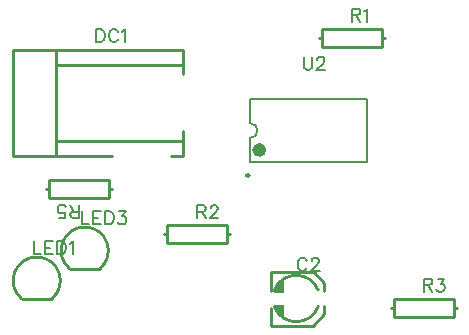
<source format=gto>
G04 Layer: TopSilkscreenLayer*
G04 EasyEDA v6.5.44, 2024-07-21 16:24:13*
G04 9c1bdb26fcb24e138229f6b6421db46a,10*
G04 Gerber Generator version 0.2*
G04 Scale: 100 percent, Rotated: No, Reflected: No *
G04 Dimensions in millimeters *
G04 leading zeros omitted , absolute positions ,4 integer and 5 decimal *
%FSLAX45Y45*%
%MOMM*%

%ADD10C,0.1524*%
%ADD11C,0.2540*%
%ADD12C,0.2000*%
%ADD13C,0.2500*%
%ADD14C,0.6000*%
%ADD15C,0.0189*%

%LPD*%
D10*
X3278377Y4013707D02*
G01*
X3273043Y4024121D01*
X3262629Y4034536D01*
X3252470Y4039615D01*
X3231641Y4039615D01*
X3221227Y4034536D01*
X3210813Y4024121D01*
X3205479Y4013707D01*
X3200400Y3997960D01*
X3200400Y3972052D01*
X3205479Y3956557D01*
X3210813Y3946144D01*
X3221227Y3935729D01*
X3231641Y3930650D01*
X3252470Y3930650D01*
X3262629Y3935729D01*
X3273043Y3946144D01*
X3278377Y3956557D01*
X3317747Y4013707D02*
G01*
X3317747Y4018787D01*
X3323081Y4029202D01*
X3328161Y4034536D01*
X3338575Y4039615D01*
X3359404Y4039615D01*
X3369818Y4034536D01*
X3374897Y4029202D01*
X3380231Y4018787D01*
X3380231Y4008373D01*
X3374897Y3997960D01*
X3364484Y3982465D01*
X3312668Y3930650D01*
X3385311Y3930650D01*
X1495145Y5976429D02*
G01*
X1495145Y5867463D01*
X1495145Y5976429D02*
G01*
X1531467Y5976429D01*
X1547215Y5971349D01*
X1557375Y5960935D01*
X1562709Y5950521D01*
X1567789Y5934773D01*
X1567789Y5908865D01*
X1562709Y5893371D01*
X1557375Y5882957D01*
X1547215Y5872543D01*
X1531467Y5867463D01*
X1495145Y5867463D01*
X1680057Y5950521D02*
G01*
X1674977Y5960935D01*
X1664563Y5971349D01*
X1654149Y5976429D01*
X1633321Y5976429D01*
X1622907Y5971349D01*
X1612493Y5960935D01*
X1607413Y5950521D01*
X1602079Y5934773D01*
X1602079Y5908865D01*
X1607413Y5893371D01*
X1612493Y5882957D01*
X1622907Y5872543D01*
X1633321Y5867463D01*
X1654149Y5867463D01*
X1664563Y5872543D01*
X1674977Y5882957D01*
X1680057Y5893371D01*
X1714347Y5955601D02*
G01*
X1724761Y5960935D01*
X1740255Y5976429D01*
X1740255Y5867463D01*
X965200Y4179315D02*
G01*
X965200Y4070350D01*
X965200Y4070350D02*
G01*
X1027429Y4070350D01*
X1061720Y4179315D02*
G01*
X1061720Y4070350D01*
X1061720Y4179315D02*
G01*
X1129284Y4179315D01*
X1061720Y4127500D02*
G01*
X1103376Y4127500D01*
X1061720Y4070350D02*
G01*
X1129284Y4070350D01*
X1163573Y4179315D02*
G01*
X1163573Y4070350D01*
X1163573Y4179315D02*
G01*
X1200150Y4179315D01*
X1215644Y4174236D01*
X1226057Y4163821D01*
X1231137Y4153407D01*
X1236471Y4137660D01*
X1236471Y4111752D01*
X1231137Y4096257D01*
X1226057Y4085844D01*
X1215644Y4075429D01*
X1200150Y4070350D01*
X1163573Y4070350D01*
X1270762Y4158487D02*
G01*
X1281176Y4163821D01*
X1296670Y4179315D01*
X1296670Y4070350D01*
X1371600Y4433315D02*
G01*
X1371600Y4324350D01*
X1371600Y4324350D02*
G01*
X1433829Y4324350D01*
X1468120Y4433315D02*
G01*
X1468120Y4324350D01*
X1468120Y4433315D02*
G01*
X1535684Y4433315D01*
X1468120Y4381500D02*
G01*
X1509776Y4381500D01*
X1468120Y4324350D02*
G01*
X1535684Y4324350D01*
X1569973Y4433315D02*
G01*
X1569973Y4324350D01*
X1569973Y4433315D02*
G01*
X1606550Y4433315D01*
X1622044Y4428236D01*
X1632457Y4417821D01*
X1637537Y4407407D01*
X1642871Y4391660D01*
X1642871Y4365752D01*
X1637537Y4350257D01*
X1632457Y4339844D01*
X1622044Y4329429D01*
X1606550Y4324350D01*
X1569973Y4324350D01*
X1687576Y4433315D02*
G01*
X1744726Y4433315D01*
X1713484Y4391660D01*
X1728978Y4391660D01*
X1739392Y4386579D01*
X1744726Y4381500D01*
X1749805Y4365752D01*
X1749805Y4355337D01*
X1744726Y4339844D01*
X1734312Y4329429D01*
X1718563Y4324350D01*
X1703070Y4324350D01*
X1687576Y4329429D01*
X1682242Y4334510D01*
X1677162Y4344923D01*
X3657600Y6147815D02*
G01*
X3657600Y6038850D01*
X3657600Y6147815D02*
G01*
X3704336Y6147815D01*
X3719829Y6142736D01*
X3725163Y6137402D01*
X3730243Y6126987D01*
X3730243Y6116573D01*
X3725163Y6106160D01*
X3719829Y6101079D01*
X3704336Y6096000D01*
X3657600Y6096000D01*
X3693922Y6096000D02*
G01*
X3730243Y6038850D01*
X3764534Y6126987D02*
G01*
X3774947Y6132321D01*
X3790695Y6147815D01*
X3790695Y6038850D01*
X2349500Y4484115D02*
G01*
X2349500Y4375150D01*
X2349500Y4484115D02*
G01*
X2396236Y4484115D01*
X2411729Y4479036D01*
X2417063Y4473702D01*
X2422143Y4463287D01*
X2422143Y4452873D01*
X2417063Y4442460D01*
X2411729Y4437379D01*
X2396236Y4432300D01*
X2349500Y4432300D01*
X2385822Y4432300D02*
G01*
X2422143Y4375150D01*
X2461768Y4458207D02*
G01*
X2461768Y4463287D01*
X2466847Y4473702D01*
X2472181Y4479036D01*
X2482595Y4484115D01*
X2503170Y4484115D01*
X2513584Y4479036D01*
X2518918Y4473702D01*
X2523997Y4463287D01*
X2523997Y4452873D01*
X2518918Y4442460D01*
X2508504Y4426965D01*
X2456434Y4375150D01*
X2529331Y4375150D01*
X4267200Y3861815D02*
G01*
X4267200Y3752850D01*
X4267200Y3861815D02*
G01*
X4313936Y3861815D01*
X4329429Y3856736D01*
X4334763Y3851402D01*
X4339843Y3840987D01*
X4339843Y3830573D01*
X4334763Y3820160D01*
X4329429Y3815079D01*
X4313936Y3810000D01*
X4267200Y3810000D01*
X4303522Y3810000D02*
G01*
X4339843Y3752850D01*
X4384547Y3861815D02*
G01*
X4441697Y3861815D01*
X4410709Y3820160D01*
X4426204Y3820160D01*
X4436618Y3815079D01*
X4441697Y3810000D01*
X4447031Y3794252D01*
X4447031Y3783837D01*
X4441697Y3768344D01*
X4431284Y3757929D01*
X4415790Y3752850D01*
X4400295Y3752850D01*
X4384547Y3757929D01*
X4379468Y3763010D01*
X4374134Y3773423D01*
X1346200Y4380484D02*
G01*
X1346200Y4489450D01*
X1346200Y4380484D02*
G01*
X1299463Y4380484D01*
X1283970Y4385563D01*
X1278636Y4390897D01*
X1273555Y4401312D01*
X1273555Y4411726D01*
X1278636Y4422139D01*
X1283970Y4427220D01*
X1299463Y4432300D01*
X1346200Y4432300D01*
X1309878Y4432300D02*
G01*
X1273555Y4489450D01*
X1176781Y4380484D02*
G01*
X1228852Y4380484D01*
X1233931Y4427220D01*
X1228852Y4422139D01*
X1213104Y4416805D01*
X1197610Y4416805D01*
X1182115Y4422139D01*
X1171702Y4432300D01*
X1166368Y4448047D01*
X1166368Y4458462D01*
X1171702Y4473955D01*
X1182115Y4484370D01*
X1197610Y4489450D01*
X1213104Y4489450D01*
X1228852Y4484370D01*
X1233931Y4479289D01*
X1239265Y4468876D01*
X3251200Y5741415D02*
G01*
X3251200Y5663437D01*
X3256279Y5647944D01*
X3266693Y5637529D01*
X3282441Y5632450D01*
X3292856Y5632450D01*
X3308350Y5637529D01*
X3318763Y5647944D01*
X3323843Y5663437D01*
X3323843Y5741415D01*
X3363468Y5715507D02*
G01*
X3363468Y5720587D01*
X3368547Y5731002D01*
X3373881Y5736336D01*
X3384295Y5741415D01*
X3404870Y5741415D01*
X3415284Y5736336D01*
X3420618Y5731002D01*
X3425697Y5720587D01*
X3425697Y5710173D01*
X3420618Y5699760D01*
X3410204Y5684265D01*
X3358134Y5632450D01*
X3431031Y5632450D01*
G36*
X2997200Y3644900D02*
G01*
X3002280Y3639820D01*
X3002280Y3601720D01*
X3073400Y3530600D01*
X3086100Y3530600D01*
X3086100Y3644900D01*
G37*
G36*
X3070860Y3858260D02*
G01*
X2999740Y3787140D01*
X2999740Y3749040D01*
X2994660Y3743960D01*
X3083560Y3743960D01*
X3083560Y3858260D01*
G37*
D11*
X3421799Y3632200D02*
G01*
X3421799Y3561499D01*
X3327400Y3467100D01*
X2971800Y3467100D01*
X2971800Y3619500D01*
X2971800Y3759200D02*
G01*
X2971800Y3917099D01*
X3334600Y3917099D01*
X3421799Y3829900D01*
X3421799Y3759200D01*
X786909Y4903124D02*
G01*
X786907Y5803125D01*
X786907Y5803125D02*
G01*
X2226945Y5803125D01*
X1156944Y4903127D02*
G01*
X1156944Y5803125D01*
X1164945Y5033124D02*
G01*
X2226945Y5033124D01*
X1164945Y5673102D02*
G01*
X2226945Y5673102D01*
X2226945Y5803125D02*
G01*
X2226945Y5595564D01*
X2226945Y5110662D02*
G01*
X2226945Y4903124D01*
X786909Y4903124D02*
G01*
X1625439Y4903124D01*
X2128375Y4903124D02*
G01*
X2226945Y4903124D01*
X863600Y3692652D02*
G01*
X1118387Y3692118D01*
X1270000Y3946652D02*
G01*
X1524787Y3946118D01*
X3403600Y5905500D02*
G01*
X3378200Y5905500D01*
X3911600Y5905500D02*
G01*
X3937000Y5905500D01*
X3403600Y5905500D02*
G01*
X3403600Y5981700D01*
X3403600Y5829300D02*
G01*
X3403600Y5905500D01*
X3911600Y5829300D02*
G01*
X3403600Y5829300D01*
X3911600Y5905500D02*
G01*
X3911600Y5829300D01*
X3911600Y5981700D02*
G01*
X3911600Y5905500D01*
X3403600Y5981700D02*
G01*
X3911600Y5981700D01*
X2095500Y4241800D02*
G01*
X2070100Y4241800D01*
X2603500Y4241800D02*
G01*
X2628900Y4241800D01*
X2095500Y4241800D02*
G01*
X2095500Y4318000D01*
X2095500Y4165600D02*
G01*
X2095500Y4241800D01*
X2603500Y4165600D02*
G01*
X2095500Y4165600D01*
X2603500Y4241800D02*
G01*
X2603500Y4165600D01*
X2603500Y4318000D02*
G01*
X2603500Y4241800D01*
X2095500Y4318000D02*
G01*
X2603500Y4318000D01*
X4013200Y3619500D02*
G01*
X3987800Y3619500D01*
X4521200Y3619500D02*
G01*
X4546600Y3619500D01*
X4013200Y3619500D02*
G01*
X4013200Y3695700D01*
X4013200Y3543300D02*
G01*
X4013200Y3619500D01*
X4521200Y3543300D02*
G01*
X4013200Y3543300D01*
X4521200Y3619500D02*
G01*
X4521200Y3543300D01*
X4521200Y3695700D02*
G01*
X4521200Y3619500D01*
X4013200Y3695700D02*
G01*
X4521200Y3695700D01*
X1600200Y4622800D02*
G01*
X1625600Y4622800D01*
X1092200Y4622800D02*
G01*
X1066800Y4622800D01*
X1600200Y4622800D02*
G01*
X1600200Y4546600D01*
X1600200Y4699000D02*
G01*
X1600200Y4622800D01*
X1092200Y4699000D02*
G01*
X1600200Y4699000D01*
X1092200Y4622800D02*
G01*
X1092200Y4699000D01*
X1092200Y4546600D02*
G01*
X1092200Y4622800D01*
X1600200Y4546600D02*
G01*
X1092200Y4546600D01*
D12*
X2795300Y5182100D02*
G01*
X2795270Y5181600D01*
X2795270Y5383021D01*
X3785361Y5383021D01*
X3785361Y4853178D01*
X2795270Y4853178D01*
X2795270Y5054600D01*
X2795300Y5054099D01*
D11*
G75*
G01*
X3373120Y3767328D02*
G03*
X3001264Y3764534I-185374J-75076D01*
G75*
G01*
X3002280Y3624072D02*
G03*
X3374136Y3626866I185374J75076D01*
G75*
G01*
X1117143Y3692652D02*
G03*
X863651Y3692652I-126746J154710D01*
G75*
G01*
X1523543Y3946652D02*
G03*
X1270051Y3946652I-126746J154710D01*
D12*
G75*
G01*
X2795300Y5054100D02*
G03*
X2795300Y5181100I0J63500D01*
D13*
G75*
G01*
X2765806Y4737100D02*
G03*
X2765806Y4737354I12499J127D01*
D14*
G75*
G01*
X2844292Y4953000D02*
G03*
X2844292Y4953508I29999J254D01*
M02*

</source>
